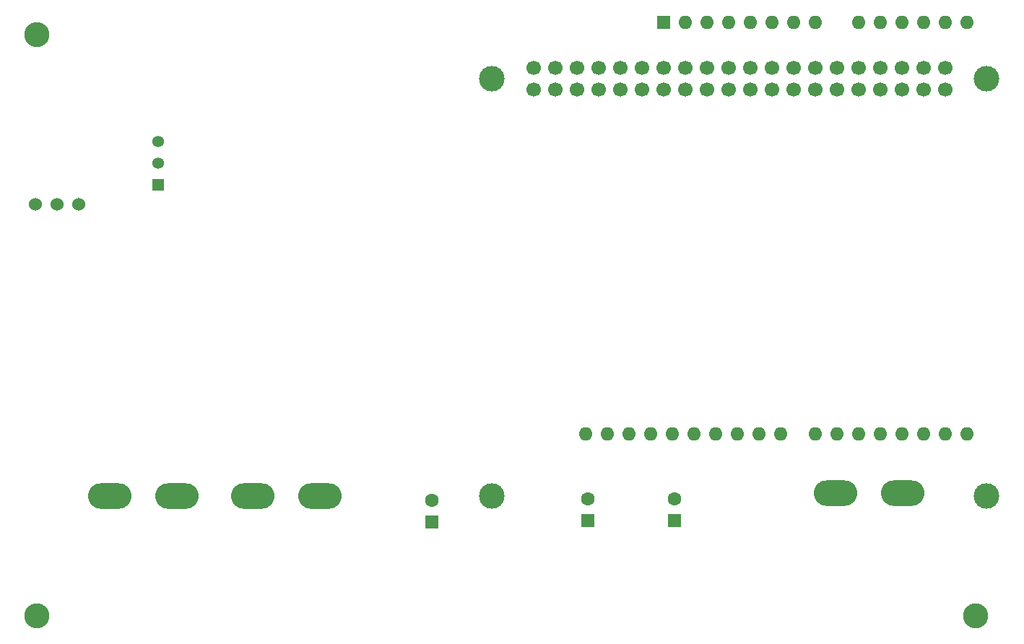
<source format=gbs>
G04 #@! TF.GenerationSoftware,KiCad,Pcbnew,(6.0.10)*
G04 #@! TF.CreationDate,2023-04-22T01:24:50-05:00*
G04 #@! TF.ProjectId,SignalStack_Board,5369676e-616c-4537-9461-636b5f426f61,rev?*
G04 #@! TF.SameCoordinates,Original*
G04 #@! TF.FileFunction,Soldermask,Bot*
G04 #@! TF.FilePolarity,Negative*
%FSLAX46Y46*%
G04 Gerber Fmt 4.6, Leading zero omitted, Abs format (unit mm)*
G04 Created by KiCad (PCBNEW (6.0.10)) date 2023-04-22 01:24:50*
%MOMM*%
%LPD*%
G01*
G04 APERTURE LIST*
%ADD10C,3.000000*%
%ADD11C,1.700000*%
%ADD12C,2.946400*%
%ADD13R,1.600000X1.600000*%
%ADD14C,1.600000*%
%ADD15C,1.524000*%
%ADD16R,1.358000X1.358000*%
%ADD17C,1.358000*%
%ADD18O,1.600000X1.600000*%
%ADD19O,5.100000X3.000000*%
G04 APERTURE END LIST*
D10*
X241090000Y-40894000D03*
X183090000Y-89894000D03*
X241090000Y-89894000D03*
X183090000Y-40894000D03*
D11*
X187960000Y-42164000D03*
X187960000Y-39624000D03*
X190500000Y-42164000D03*
X190500000Y-39624000D03*
X193040000Y-42164000D03*
X193040000Y-39624000D03*
X195580000Y-42164000D03*
X195580000Y-39624000D03*
X198120000Y-42164000D03*
X198120000Y-39624000D03*
X200660000Y-42164000D03*
X200660000Y-39624000D03*
X203200000Y-42164000D03*
X203200000Y-39624000D03*
X205740000Y-42164000D03*
X205740000Y-39624000D03*
X208280000Y-42164000D03*
X208280000Y-39624000D03*
X210820000Y-42164000D03*
X210820000Y-39624000D03*
X213360000Y-42164000D03*
X213360000Y-39624000D03*
X215900000Y-42164000D03*
X215900000Y-39624000D03*
X218440000Y-42164000D03*
X218440000Y-39624000D03*
X220980000Y-42164000D03*
X220980000Y-39624000D03*
X223520000Y-42164000D03*
X223520000Y-39624000D03*
X226060000Y-42164000D03*
X226060000Y-39624000D03*
X228600000Y-42164000D03*
X228600000Y-39624000D03*
X231140000Y-42164000D03*
X231140000Y-39624000D03*
X233680000Y-42164000D03*
X233680000Y-39624000D03*
X236220000Y-42164000D03*
X236220000Y-39624000D03*
D12*
X129738120Y-103941880D03*
D13*
X204470000Y-92710000D03*
D14*
X204470000Y-90210000D03*
D13*
X176022000Y-92876379D03*
D14*
X176022000Y-90376379D03*
D12*
X239831880Y-103941880D03*
D13*
X194310000Y-92710000D03*
D14*
X194310000Y-90210000D03*
D15*
X134620000Y-55626000D03*
X132080000Y-55626000D03*
X129540000Y-55626000D03*
D16*
X143990000Y-53340000D03*
D17*
X143990000Y-50800000D03*
X143990000Y-48260000D03*
D13*
X203200000Y-34290000D03*
D18*
X205740000Y-34290000D03*
X208280000Y-34290000D03*
X210820000Y-34290000D03*
X213360000Y-34290000D03*
X215900000Y-34290000D03*
X218440000Y-34290000D03*
X220980000Y-34290000D03*
X226060000Y-34290000D03*
X228600000Y-34290000D03*
X231140000Y-34290000D03*
X233680000Y-34290000D03*
X236220000Y-34290000D03*
X238760000Y-34290000D03*
X238760000Y-82550000D03*
X236220000Y-82550000D03*
X233680000Y-82550000D03*
X231140000Y-82550000D03*
X228600000Y-82550000D03*
X226060000Y-82550000D03*
X223520000Y-82550000D03*
X220980000Y-82550000D03*
X216920000Y-82550000D03*
X214380000Y-82550000D03*
X211840000Y-82550000D03*
X209300000Y-82550000D03*
X206760000Y-82550000D03*
X204220000Y-82550000D03*
X201680000Y-82550000D03*
X199140000Y-82550000D03*
X196600000Y-82550000D03*
X194060000Y-82550000D03*
D12*
X129738120Y-35758120D03*
D19*
X146177000Y-89853800D03*
X138303000Y-89853800D03*
X231267000Y-89534000D03*
X223393000Y-89534000D03*
X162941000Y-89853800D03*
X155067000Y-89853800D03*
M02*

</source>
